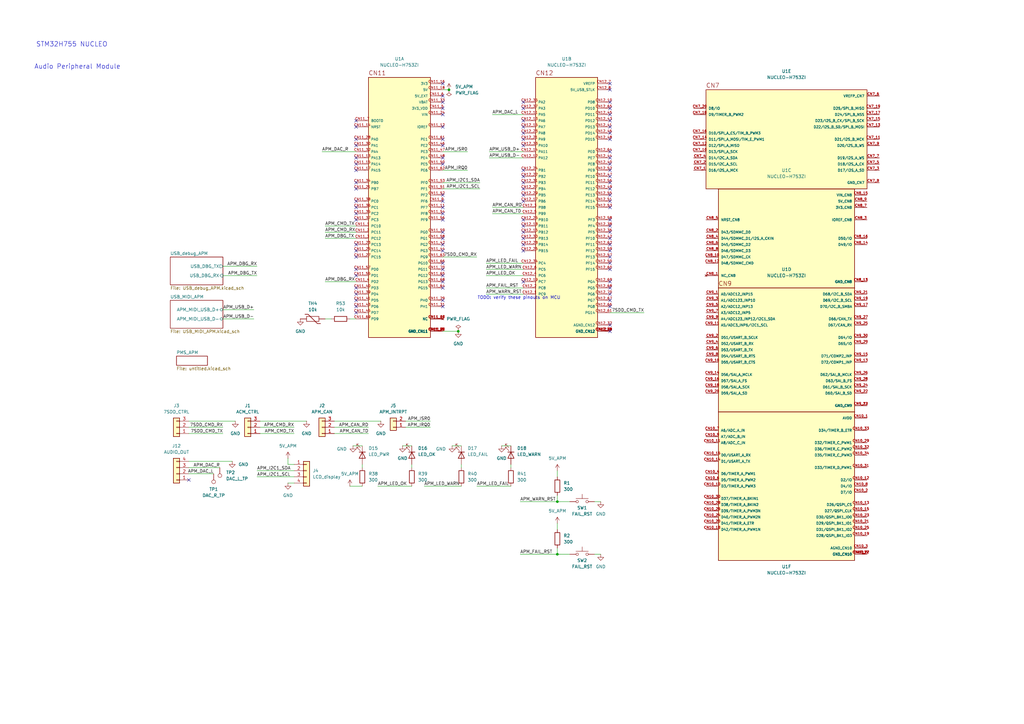
<source format=kicad_sch>
(kicad_sch (version 20250114) (generator "eeschema") (generator_version "9.0")
  (paper "A3")
  (text "STM32H755 NUCLEO" (at 29.464 18.288 0) (effects (font (size 1.905 1.905))))
  (text "TODO: verify these pinouts on MCU" (at 212.852 122.174 0) (effects (font (size 1.27 1.27))))
  (text "Audio Peripheral Module" (at 31.75 27.432 0) (effects (font (size 1.905 1.905))))
  (junction (at 228.6 227.33))
  (junction (at 184.15 36.83))
  (junction (at 187.96 135.89))
  (junction (at 228.6 205.74))
  (no_connect (at 181.61 97.79))
  (no_connect (at 214.63 90.17))
  (no_connect (at 181.61 85.09))
  (no_connect (at 181.61 110.49))
  (no_connect (at 250.19 85.09))
  (no_connect (at 214.63 44.45))
  (no_connect (at 181.61 118.11))
  (no_connect (at 181.61 59.69))
  (no_connect (at 214.63 82.55))
  (no_connect (at 146.05 118.11))
  (no_connect (at 214.63 80.01))
  (no_connect (at 250.19 135.89))
  (no_connect (at 214.63 69.85))
  (no_connect (at 250.19 67.31))
  (no_connect (at 250.19 80.01))
  (no_connect (at 181.61 46.99))
  (no_connect (at 146.05 120.65))
  (no_connect (at 250.19 49.53))
  (no_connect (at 146.05 113.03))
  (no_connect (at 214.63 100.33))
  (no_connect (at 250.19 115.57))
  (no_connect (at 77.47 196.85))
  (no_connect (at 146.05 102.87))
  (no_connect (at 250.19 118.11))
  (no_connect (at 146.05 64.77))
  (no_connect (at 250.19 36.83))
  (no_connect (at 250.19 133.35))
  (no_connect (at 146.05 67.31))
  (no_connect (at 181.61 90.17))
  (no_connect (at 214.63 49.53))
  (no_connect (at 250.19 120.65))
  (no_connect (at 250.19 82.55))
  (no_connect (at 146.05 49.53))
  (no_connect (at 181.61 100.33))
  (no_connect (at 146.05 125.73))
  (no_connect (at 146.05 85.09))
  (no_connect (at 181.61 102.87))
  (no_connect (at 250.19 125.73))
  (no_connect (at 214.63 115.57))
  (no_connect (at 181.61 39.37))
  (no_connect (at 214.63 59.69))
  (no_connect (at 250.19 52.07))
  (no_connect (at 146.05 69.85))
  (no_connect (at 214.63 77.47))
  (no_connect (at 181.61 34.29))
  (no_connect (at 250.19 34.29))
  (no_connect (at 214.63 52.07))
  (no_connect (at 250.19 110.49))
  (no_connect (at 146.05 105.41))
  (no_connect (at 214.63 97.79))
  (no_connect (at 250.19 57.15))
  (no_connect (at 146.05 77.47))
  (no_connect (at 181.61 80.01))
  (no_connect (at 181.61 44.45))
  (no_connect (at 250.19 102.87))
  (no_connect (at 250.19 74.93))
  (no_connect (at 181.61 64.77))
  (no_connect (at 214.63 95.25))
  (no_connect (at 146.05 74.93))
  (no_connect (at 250.19 62.23))
  (no_connect (at 146.05 87.63))
  (no_connect (at 181.61 87.63))
  (no_connect (at 250.19 90.17))
  (no_connect (at 214.63 102.87))
  (no_connect (at 250.19 44.45))
  (no_connect (at 250.19 105.41))
  (no_connect (at 214.63 57.15))
  (no_connect (at 181.61 125.73))
  (no_connect (at 250.19 107.95))
  (no_connect (at 146.05 128.27))
  (no_connect (at 214.63 74.93))
  (no_connect (at 146.05 90.17))
  (no_connect (at 250.19 92.71))
  (no_connect (at 146.05 123.19))
  (no_connect (at 250.19 64.77))
  (no_connect (at 250.19 72.39))
  (no_connect (at 181.61 95.25))
  (no_connect (at 214.63 92.71))
  (no_connect (at 146.05 100.33))
  (no_connect (at 214.63 41.91))
  (no_connect (at 250.19 97.79))
  (no_connect (at 214.63 54.61))
  (no_connect (at 181.61 107.95))
  (no_connect (at 146.05 57.15))
  (no_connect (at 250.19 41.91))
  (no_connect (at 250.19 100.33))
  (no_connect (at 181.61 52.07))
  (no_connect (at 181.61 82.55))
  (no_connect (at 214.63 72.39))
  (no_connect (at 146.05 110.49))
  (no_connect (at 181.61 57.15))
  (no_connect (at 250.19 77.47))
  (no_connect (at 181.61 67.31))
  (no_connect (at 250.19 69.85))
  (no_connect (at 181.61 115.57))
  (no_connect (at 250.19 95.25))
  (no_connect (at 250.19 46.99))
  (no_connect (at 181.61 123.19))
  (no_connect (at 181.61 41.91))
  (no_connect (at 250.19 54.61))
  (no_connect (at 146.05 52.07))
  (no_connect (at 146.05 59.69))
  (no_connect (at 181.61 113.03))
  (no_connect (at 146.05 82.55))
  (no_connect (at 250.19 123.19))
  (wire (pts (xy 199.39 110.49) (xy 214.63 110.49)))
  (wire (pts (xy 143.51 199.39) (xy 148.59 199.39)))
  (wire (pts (xy 213.36 227.33) (xy 228.6 227.33)))
  (wire (pts (xy 144.78 182.88) (xy 148.59 182.88)))
  (wire (pts (xy 228.6 203.2) (xy 228.6 205.74)))
  (wire (pts (xy 195.58 199.39) (xy 209.55 199.39)))
  (wire (pts (xy 200.66 62.23) (xy 214.63 62.23)))
  (wire (pts (xy 250.19 128.27) (xy 264.16 128.27)))
  (wire (pts (xy 105.41 195.58) (xy 120.65 195.58)))
  (wire (pts (xy 106.68 175.26) (xy 120.65 175.26)))
  (wire (pts (xy 173.99 199.39) (xy 189.23 199.39)))
  (wire (pts (xy 176.53 175.26) (xy 166.37 175.26)))
  (wire (pts (xy 191.77 69.85) (xy 181.61 69.85)))
  (wire (pts (xy 201.93 87.63) (xy 214.63 87.63)))
  (wire (pts (xy 105.41 193.04) (xy 120.65 193.04)))
  (wire (pts (xy 228.6 214.63) (xy 228.6 217.17)))
  (wire (pts (xy 143.51 130.81) (xy 146.05 130.81)))
  (wire (pts (xy 77.47 177.8) (xy 91.44 177.8)))
  (wire (pts (xy 201.93 46.99) (xy 214.63 46.99)))
  (wire (pts (xy 196.85 77.47) (xy 181.61 77.47)))
  (wire (pts (xy 91.44 109.22) (xy 105.41 109.22)))
  (wire (pts (xy 137.16 175.26) (xy 151.13 175.26)))
  (wire (pts (xy 133.35 97.79) (xy 146.05 97.79)))
  (wire (pts (xy 137.16 177.8) (xy 151.13 177.8)))
  (wire (pts (xy 205.74 182.88) (xy 209.55 182.88)))
  (wire (pts (xy 154.94 199.39) (xy 168.91 199.39)))
  (wire (pts (xy 133.35 92.71) (xy 146.05 92.71)))
  (wire (pts (xy 132.08 62.23) (xy 146.05 62.23)))
  (wire (pts (xy 196.85 74.93) (xy 181.61 74.93)))
  (wire (pts (xy 185.42 182.88) (xy 189.23 182.88)))
  (wire (pts (xy 106.68 172.72) (xy 125.73 172.72)))
  (wire (pts (xy 199.39 113.03) (xy 214.63 113.03)))
  (wire (pts (xy 77.47 172.72) (xy 96.52 172.72)))
  (wire (pts (xy 118.11 187.96) (xy 118.11 190.5)))
  (wire (pts (xy 176.53 172.72) (xy 166.37 172.72)))
  (wire (pts (xy 199.39 118.11) (xy 214.63 118.11)))
  (wire (pts (xy 191.77 62.23) (xy 181.61 62.23)))
  (wire (pts (xy 213.36 205.74) (xy 228.6 205.74)))
  (wire (pts (xy 199.39 107.95) (xy 214.63 107.95)))
  (wire (pts (xy 106.68 177.8) (xy 120.65 177.8)))
  (wire (pts (xy 228.6 227.33) (xy 233.68 227.33)))
  (wire (pts (xy 189.23 190.5) (xy 189.23 191.77)))
  (wire (pts (xy 90.17 191.77) (xy 77.47 191.77)))
  (wire (pts (xy 137.16 172.72) (xy 156.21 172.72)))
  (wire (pts (xy 133.35 130.81) (xy 135.89 130.81)))
  (wire (pts (xy 118.11 198.12) (xy 120.65 198.12)))
  (wire (pts (xy 165.1 182.88) (xy 168.91 182.88)))
  (wire (pts (xy 181.61 135.89) (xy 187.96 135.89)))
  (wire (pts (xy 181.61 36.83) (xy 184.15 36.83)))
  (wire (pts (xy 77.47 194.31) (xy 87.63 194.31)))
  (wire (pts (xy 133.35 115.57) (xy 146.05 115.57)))
  (wire (pts (xy 118.11 190.5) (xy 120.65 190.5)))
  (wire (pts (xy 209.55 190.5) (xy 209.55 191.77)))
  (wire (pts (xy 133.35 95.25) (xy 146.05 95.25)))
  (wire (pts (xy 233.68 205.74) (xy 228.6 205.74)))
  (wire (pts (xy 243.84 205.74) (xy 246.38 205.74)))
  (wire (pts (xy 77.47 189.23) (xy 95.25 189.23)))
  (wire (pts (xy 228.6 224.79) (xy 228.6 227.33)))
  (wire (pts (xy 201.93 85.09) (xy 214.63 85.09)))
  (wire (pts (xy 181.61 105.41) (xy 195.58 105.41)))
  (wire (pts (xy 199.39 120.65) (xy 214.63 120.65)))
  (wire (pts (xy 168.91 190.5) (xy 168.91 191.77)))
  (wire (pts (xy 91.44 127) (xy 104.14 127)))
  (wire (pts (xy 243.84 227.33) (xy 246.38 227.33)))
  (wire (pts (xy 77.47 175.26) (xy 91.44 175.26)))
  (wire (pts (xy 148.59 190.5) (xy 148.59 191.77)))
  (wire (pts (xy 200.66 64.77) (xy 214.63 64.77)))
  (wire (pts (xy 228.6 193.04) (xy 228.6 195.58)))
  (wire (pts (xy 91.44 130.81) (xy 104.14 130.81)))
  (wire (pts (xy 91.44 113.03) (xy 105.41 113.03)))
  (label "APM_DAC_L" (at 87.63 194.31 180))
  (label "7SDD_CMD_RX" (at 195.58 105.41 180))
  (label "APM_FAIL_RST" (at 213.36 227.33 0))
  (label "APM_USB_D-" (at 104.14 130.81 180))
  (label "APM_CAN_RD" (at 201.93 85.09 0))
  (label "APM_FAIL_RST" (at 199.39 118.11 0))
  (label "APM_CAN_TD" (at 151.13 177.8 180))
  (label "APM_DBG_TX" (at 133.35 97.79 0))
  (label "APM_USB_D+" (at 104.14 127 180))
  (label "APM_LED_FAIL" (at 195.58 199.39 0))
  (label "APM_I2C1_SDA" (at 105.41 193.04 0))
  (label "APM_LED_WARN" (at 173.99 199.39 0))
  (label "7SDD_CMD_TX" (at 91.44 177.8 180))
  (label "APM_USB_D-" (at 200.66 64.77 0))
  (label "APM_IRQ0" (at 176.53 175.26 180))
  (label "7SDD_CMD_TX" (at 264.16 128.27 180))
  (label "APM_DBG_RX" (at 105.41 109.22 180))
  (label "APM_LED_WARN" (at 199.39 110.49 0))
  (label "APM_USB_D+" (at 200.66 62.23 0))
  (label "APM_I2C1_SCL" (at 196.85 77.47 180))
  (label "APM_CAN_RD" (at 151.13 175.26 180))
  (label "APM_DAC_L" (at 201.93 46.99 0))
  (label "APM_I2C1_SCL" (at 105.41 195.58 0))
  (label "APM_LED_OK" (at 154.94 199.39 0))
  (label "APM_WARN_RST" (at 213.36 205.74 0))
  (label "APM_DBG_RX" (at 133.35 115.57 0))
  (label "APM_WARN_RST" (at 199.39 120.65 0))
  (label "APM_CMD_RX" (at 133.35 95.25 0))
  (label "APM_DAC_R" (at 90.17 191.77 180))
  (label "APM_IRQ0" (at 191.77 69.85 180))
  (label "APM_LED_FAIL" (at 199.39 107.95 0))
  (label "APM_ISR0" (at 191.77 62.23 180))
  (label "APM_ISR0" (at 176.53 172.72 180))
  (label "APM_I2C1_SDA" (at 196.85 74.93 180))
  (label "APM_CAN_TD" (at 201.93 87.63 0))
  (label "APM_LED_OK" (at 199.39 113.03 0))
  (label "APM_DAC_R" (at 132.08 62.23 0))
  (label "APM_CMD_TX" (at 133.35 92.71 0))
  (label "APM_CMD_RX" (at 120.65 175.26 180))
  (label "APM_DBG_TX" (at 105.41 113.03 180))
  (label "7SDD_CMD_RX" (at 91.44 175.26 180))
  (label "APM_CMD_TX" (at 120.65 177.8 180))
  (symbol (lib_id "power:GND") (at 95.25 189.23 0) (unit 1)
    (property "Reference" "#PWR045" (effects (hide yes)))
    (property "Value" "GND" (at 97.79 190.4999 0) (effects (justify left)))
    (property "Description" "Power symbol creates a global label with name \"GND\" , ground" (effects (hide yes)))
  )
  (symbol (lib_id "Device:R") (at 209.55 195.58 0) (unit 1)
    (property "Reference" "R41" (at 212.09 194.3099 0) (effects (justify left)))
    (property "Value" "300" (at 212.09 196.8499 0) (effects (justify left)))
    (property "Footprint" "Resistor_SMD:R_0805_2012Metric_Pad1.20x1.40mm_HandSolder" (effects (hide yes)))
    (property "Description" "Resistor" (effects (hide yes)))
    (property "DigiKey_Part_Number" "311-10.0KCRCT-ND" (effects (hide yes)))
    (property "Price" "0.0129" (effects (hide yes)))
  )
  (symbol (lib_id "power:+5V") (at 228.6 193.04 0) (unit 1)
    (property "Reference" "#PWR010" (effects (hide yes)))
    (property "Value" "5V_APM" (at 228.6 187.96 0))
    (property "Description" "Power symbol creates a global label with name \"+5V\"" (effects (hide yes)))
  )
  (symbol (lib_id "Connector:TestPoint") (at 90.17 191.77 180) (unit 1)
    (property "Reference" "TP2" (at 92.71 193.8019 0) (effects (justify right)))
    (property "Value" "DAC_L_TP" (at 92.71 196.3419 0) (effects (justify right)))
    (property "Footprint" "TestPoint:TestPoint_THTPad_D2.5mm_Drill1.2mm" (effects (hide yes)))
    (property "Description" "test point" (effects (hide yes)))
  )
  (symbol (lib_id "power:GND") (at 165.1 182.88 0) (unit 1)
    (property "Reference" "#PWR093" (effects (hide yes)))
    (property "Value" "GND" (at 165.1 187.96 0))
    (property "Description" "Power symbol creates a global label with name \"GND\" , ground" (effects (hide yes)))
  )
  (symbol (lib_id "Device:LED") (at 148.59 186.69 270) (unit 1)
    (property "Reference" "D15" (at 151.13 183.8324 90) (effects (justify left)))
    (property "Value" "LED_PWR" (at 151.13 186.3724 90) (effects (justify left)))
    (property "Footprint" "LED_SMD:LED_0603_1608Metric" (effects (hide yes)))
    (property "Description" "Light emitting diode" (effects (hide yes)))
    (property "Sim.Pins" "1=K 2=A" (effects (hide yes)))
  )
  (symbol (lib_id "Connector_Generic:Conn_01x04") (at 72.39 194.31 180) (unit 1)
    (property "Reference" "J12" (at 72.39 182.88 0))
    (property "Value" "AUDIO_OUT" (at 72.39 185.42 0))
    (property "Footprint" "Connector:NS-Tech_Grove_1x04_P2mm_Vertical" (effects (hide yes)))
    (property "Description" "Generic connector, single row, 01x04, script generated (kicad-library-utils/schlib/autogen/connector/)" (effects (hide yes)))
  )
  (symbol (lib_id "NUCLEO-H753ZI:NUCLEO-H753ZI") (at 322.58 97.79 0) (unit 3)
    (property "Reference" "U1" (at 322.58 69.85 0))
    (property "Value" "NUCLEO-H753ZI" (at 322.58 72.39 0))
    (property "Footprint" "myfootprints:ST_Morpho_and_Zio_Connectors_144_STLink" (effects (hide yes)))
    (property "MF" "STMicroelectronics" (effects (hide yes)))
    (property "Description_1" "STM32H753ZI Nucleo-144 STM32H7 ARM® Cortex®-M7 MCU 32-Bit Embedded Evaluation Board" (effects (hide yes)))
    (property "Package" "None" (effects (hide yes)))
    (property "Price" "None" (effects (hide yes)))
    (property "Check_prices" "https://www.snapeda.com/parts/NUCLEO-H753ZI/STMicroelectronics/view-part/?ref=eda" (effects (hide yes)))
    (property "STANDARD" "Manufacturer Recommendations" (effects (hide yes)))
    (property "PARTREV" "Rev. 2" (effects (hide yes)))
    (property "SnapEDA_Link" "https://www.snapeda.com/parts/NUCLEO-H753ZI/STMicroelectronics/view-part/?ref=snap" (effects (hide yes)))
    (property "MP" "NUCLEO-H753ZI" (effects (hide yes)))
    (property "Availability" "In Stock" (effects (hide yes)))
    (property "MANUFACTURER" "STMicroelectronics" (effects (hide yes)))
  )
  (symbol (lib_id "Connector_Generic:Conn_01x04") (at 125.73 193.04 0) (unit 1)
    (property "Reference" "J4" (at 128.27 193.0399 0) (effects (justify left)))
    (property "Value" "LCD_display" (at 128.27 195.5799 0) (effects (justify left)))
    (property "Footprint" "Connector_PinHeader_1.00mm:PinHeader_1x04_P1.00mm_Horizontal" (effects (hide yes)))
    (property "Description" "Generic connector, single row, 01x04, script generated (kicad-library-utils/schlib/autogen/connector/)" (effects (hide yes)))
  )
  (symbol (lib_id "power:+5V") (at 228.6 214.63 0) (unit 1)
    (property "Reference" "#PWR012" (effects (hide yes)))
    (property "Value" "5V_APM" (at 228.6 209.55 0))
    (property "Description" "Power symbol creates a global label with name \"+5V\"" (effects (hide yes)))
  )
  (symbol (lib_id "Device:Thermistor") (at 128.27 130.81 90) (mirror x) (unit 1)
    (property "Reference" "TH4" (at 128.27 124.46 90))
    (property "Value" "10k" (at 128.27 127 90))
    (property "Footprint" "Package_TO_SOT_THT:Heraeus_TO-92-2" (effects (hide yes)))
    (property "Description" "Temperature dependent resistor" (effects (hide yes)))
  )
  (symbol (lib_id "power:GND") (at 185.42 182.88 0) (unit 1)
    (property "Reference" "#PWR094" (effects (hide yes)))
    (property "Value" "GND" (at 182.88 184.1499 0) (effects (justify right)))
    (property "Description" "Power symbol creates a global label with name \"GND\" , ground" (effects (hide yes)))
  )
  (symbol (lib_id "power:GND") (at 246.38 227.33 0) (unit 1)
    (property "Reference" "#PWR013" (effects (hide yes)))
    (property "Value" "GND" (at 246.38 232.41 0))
    (property "Description" "Power symbol creates a global label with name \"GND\" , ground" (effects (hide yes)))
  )
  (symbol (lib_id "power:GND") (at 144.78 182.88 0) (unit 1)
    (property "Reference" "#PWR092" (effects (hide yes)))
    (property "Value" "GND" (at 142.24 184.1499 0) (effects (justify right)))
    (property "Description" "Power symbol creates a global label with name \"GND\" , ground" (effects (hide yes)))
  )
  (symbol (lib_id "Connector_Generic:Conn_01x02") (at 161.29 175.26 180) (unit 1)
    (property "Reference" "J5" (at 161.29 166.37 0))
    (property "Value" "APM_INTRPT" (at 161.29 168.91 0))
    (property "Footprint" "Connector_PinHeader_1.00mm:PinHeader_1x02_P1.00mm_Vertical" (effects (hide yes)))
    (property "Description" "Generic connector, single row, 01x02, script generated (kicad-library-utils/schlib/autogen/connector/)" (effects (hide yes)))
  )
  (symbol (lib_id "power:GND") (at 123.19 130.81 0) (mirror y) (unit 1)
    (property "Reference" "#PWR071" (effects (hide yes)))
    (property "Value" "GND" (at 123.19 135.89 0))
    (property "Description" "Power symbol creates a global label with name \"GND\" , ground" (effects (hide yes)))
  )
  (symbol (lib_id "power:GND") (at 205.74 182.88 0) (unit 1)
    (property "Reference" "#PWR095" (effects (hide yes)))
    (property "Value" "GND" (at 205.74 187.96 0))
    (property "Description" "Power symbol creates a global label with name \"GND\" , ground" (effects (hide yes)))
  )
  (symbol (lib_id "power:+5V") (at 184.15 36.83 0) (unit 1)
    (property "Reference" "#PWR0100" (effects (hide yes)))
    (property "Value" "5V_APM" (at 186.69 35.5599 0) (effects (justify left)))
    (property "Description" "Power symbol creates a global label with name \"+5V\"" (effects (hide yes)))
  )
  (symbol (lib_id "NUCLEO-H753ZI:NUCLEO-H753ZI") (at 322.58 143.51 0) (unit 4)
    (property "Reference" "U1" (at 322.58 110.49 0))
    (property "Value" "NUCLEO-H753ZI" (at 322.58 113.03 0))
    (property "Footprint" "myfootprints:ST_Morpho_and_Zio_Connectors_144_STLink" (effects (hide yes)))
    (property "MF" "STMicroelectronics" (effects (hide yes)))
    (property "Description_1" "STM32H753ZI Nucleo-144 STM32H7 ARM® Cortex®-M7 MCU 32-Bit Embedded Evaluation Board" (effects (hide yes)))
    (property "Package" "None" (effects (hide yes)))
    (property "Price" "None" (effects (hide yes)))
    (property "Check_prices" "https://www.snapeda.com/parts/NUCLEO-H753ZI/STMicroelectronics/view-part/?ref=eda" (effects (hide yes)))
    (property "STANDARD" "Manufacturer Recommendations" (effects (hide yes)))
    (property "PARTREV" "Rev. 2" (effects (hide yes)))
    (property "SnapEDA_Link" "https://www.snapeda.com/parts/NUCLEO-H753ZI/STMicroelectronics/view-part/?ref=snap" (effects (hide yes)))
    (property "MP" "NUCLEO-H753ZI" (effects (hide yes)))
    (property "Availability" "In Stock" (effects (hide yes)))
    (property "MANUFACTURER" "STMicroelectronics" (effects (hide yes)))
  )
  (symbol (lib_id "power:+5V") (at 118.11 187.96 0) (unit 1)
    (property "Reference" "#PWR02" (effects (hide yes)))
    (property "Value" "5V_APM" (at 118.11 182.88 0))
    (property "Description" "Power symbol creates a global label with name \"+5V\"" (effects (hide yes)))
  )
  (symbol (lib_id "Connector_Generic:Conn_01x03") (at 72.39 175.26 180) (unit 1)
    (property "Reference" "J3" (at 72.39 166.37 0))
    (property "Value" "7SDD_CTRL" (at 72.39 168.91 0))
    (property "Footprint" "Connector_PinHeader_1.00mm:PinHeader_1x03_P1.00mm_Vertical" (effects (hide yes)))
    (property "Description" "Generic connector, single row, 01x03, script generated (kicad-library-utils/schlib/autogen/connector/)" (effects (hide yes)))
  )
  (symbol (lib_id "Device:R") (at 228.6 220.98 0) (unit 1)
    (property "Reference" "R2" (at 231.14 219.7099 0) (effects (justify left)))
    (property "Value" "300" (at 231.14 222.2499 0) (effects (justify left)))
    (property "Footprint" "Resistor_SMD:R_0805_2012Metric_Pad1.20x1.40mm_HandSolder" (effects (hide yes)))
    (property "Description" "Resistor" (effects (hide yes)))
    (property "DigiKey_Part_Number" "311-10.0KCRCT-ND" (effects (hide yes)))
    (property "Price" "0.0129" (effects (hide yes)))
  )
  (symbol (lib_id "Connector_Generic:Conn_01x03") (at 101.6 175.26 180) (unit 1)
    (property "Reference" "J1" (at 101.6 166.37 0))
    (property "Value" "ACM_CTRL" (at 101.6 168.91 0))
    (property "Footprint" "Connector_PinHeader_1.00mm:PinHeader_1x03_P1.00mm_Vertical" (effects (hide yes)))
    (property "Description" "Generic connector, single row, 01x03, script generated (kicad-library-utils/schlib/autogen/connector/)" (effects (hide yes)))
  )
  (symbol (lib_id "power:GND") (at 96.52 172.72 0) (unit 1)
    (property "Reference" "#PWR06" (effects (hide yes)))
    (property "Value" "GND" (at 96.52 177.8 0))
    (property "Description" "Power symbol creates a global label with name \"GND\" , ground" (effects (hide yes)))
  )
  (symbol (lib_id "NUCLEO-H753ZI:NUCLEO-H753ZI") (at 163.83 85.09 0) (unit 1)
    (property "Reference" "U1" (at 163.83 24.13 0))
    (property "Value" "NUCLEO-H753ZI" (at 163.83 26.67 0))
    (property "Footprint" "myfootprints:ST_Morpho_and_Zio_Connectors_144_STLink" (effects (hide yes)))
    (property "MF" "STMicroelectronics" (effects (hide yes)))
    (property "Description_1" "STM32H753ZI Nucleo-144 STM32H7 ARM® Cortex®-M7 MCU 32-Bit Embedded Evaluation Board" (effects (hide yes)))
    (property "Package" "None" (effects (hide yes)))
    (property "Price" "None" (effects (hide yes)))
    (property "Check_prices" "https://www.snapeda.com/parts/NUCLEO-H753ZI/STMicroelectronics/view-part/?ref=eda" (effects (hide yes)))
    (property "STANDARD" "Manufacturer Recommendations" (effects (hide yes)))
    (property "PARTREV" "Rev. 2" (effects (hide yes)))
    (property "SnapEDA_Link" "https://www.snapeda.com/parts/NUCLEO-H753ZI/STMicroelectronics/view-part/?ref=snap" (effects (hide yes)))
    (property "MP" "NUCLEO-H753ZI" (effects (hide yes)))
    (property "Availability" "In Stock" (effects (hide yes)))
    (property "MANUFACTURER" "STMicroelectronics" (effects (hide yes)))
  )
  (symbol (lib_id "Device:LED") (at 209.55 186.69 270) (unit 1)
    (property "Reference" "D18" (at 212.09 183.8324 90) (effects (justify left)))
    (property "Value" "LED_WARN" (at 212.09 186.3724 90) (effects (justify left)))
    (property "Footprint" "LED_SMD:LED_0603_1608Metric" (effects (hide yes)))
    (property "Description" "Light emitting diode" (effects (hide yes)))
    (property "Sim.Pins" "1=K 2=A" (effects (hide yes)))
  )
  (symbol (lib_id "Switch:SW_Push") (at 238.76 205.74 0) (unit 1)
    (property "Reference" "SW1" (at 238.76 208.28 0))
    (property "Value" "FAIL_RST" (at 238.76 210.82 0))
    (property "Footprint" "Button_Switch_SMD:SW_SPST_FSMSM" (effects (hide yes)))
    (property "Description" "Push button switch, generic, two pins" (effects (hide yes)))
  )
  (symbol (lib_id "Device:R") (at 168.91 195.58 0) (unit 1)
    (property "Reference" "R39" (at 171.45 194.3099 0) (effects (justify left)))
    (property "Value" "300" (at 171.45 196.8499 0) (effects (justify left)))
    (property "Footprint" "Resistor_SMD:R_0805_2012Metric_Pad1.20x1.40mm_HandSolder" (effects (hide yes)))
    (property "Description" "Resistor" (effects (hide yes)))
    (property "DigiKey_Part_Number" "311-10.0KCRCT-ND" (effects (hide yes)))
    (property "Price" "0.0129" (effects (hide yes)))
  )
  (symbol (lib_id "Device:LED") (at 189.23 186.69 270) (unit 1)
    (property "Reference" "D17" (at 191.77 183.8324 90) (effects (justify left)))
    (property "Value" "LED_FAIL" (at 191.77 186.3724 90) (effects (justify left)))
    (property "Footprint" "LED_SMD:LED_0603_1608Metric" (effects (hide yes)))
    (property "Description" "Light emitting diode" (effects (hide yes)))
    (property "Sim.Pins" "1=K 2=A" (effects (hide yes)))
  )
  (symbol (lib_id "power:GND") (at 156.21 172.72 0) (unit 1)
    (property "Reference" "#PWR08" (effects (hide yes)))
    (property "Value" "GND" (at 156.21 177.8 0))
    (property "Description" "Power symbol creates a global label with name \"GND\" , ground" (effects (hide yes)))
  )
  (symbol (lib_id "Device:R") (at 148.59 195.58 0) (unit 1)
    (property "Reference" "R38" (at 151.13 194.3099 0) (effects (justify left)))
    (property "Value" "300" (at 151.13 196.8499 0) (effects (justify left)))
    (property "Footprint" "Resistor_SMD:R_0805_2012Metric_Pad1.20x1.40mm_HandSolder" (effects (hide yes)))
    (property "Description" "Resistor" (effects (hide yes)))
    (property "DigiKey_Part_Number" "311-10.0KCRCT-ND" (effects (hide yes)))
    (property "Price" "0.0129" (effects (hide yes)))
  )
  (symbol (lib_id "NUCLEO-H753ZI:NUCLEO-H753ZI") (at 232.41 85.09 0) (unit 2)
    (property "Reference" "U1" (at 232.41 24.13 0))
    (property "Value" "NUCLEO-H753ZI" (at 232.41 26.67 0))
    (property "Footprint" "myfootprints:ST_Morpho_and_Zio_Connectors_144_STLink" (effects (hide yes)))
    (property "MF" "STMicroelectronics" (effects (hide yes)))
    (property "Description_1" "STM32H753ZI Nucleo-144 STM32H7 ARM® Cortex®-M7 MCU 32-Bit Embedded Evaluation Board" (effects (hide yes)))
    (property "Package" "None" (effects (hide yes)))
    (property "Price" "None" (effects (hide yes)))
    (property "Check_prices" "https://www.snapeda.com/parts/NUCLEO-H753ZI/STMicroelectronics/view-part/?ref=eda" (effects (hide yes)))
    (property "STANDARD" "Manufacturer Recommendations" (effects (hide yes)))
    (property "PARTREV" "Rev. 2" (effects (hide yes)))
    (property "SnapEDA_Link" "https://www.snapeda.com/parts/NUCLEO-H753ZI/STMicroelectronics/view-part/?ref=snap" (effects (hide yes)))
    (property "MP" "NUCLEO-H753ZI" (effects (hide yes)))
    (property "Availability" "In Stock" (effects (hide yes)))
    (property "MANUFACTURER" "STMicroelectronics" (effects (hide yes)))
  )
  (symbol (lib_id "power:GND") (at 125.73 172.72 0) (unit 1)
    (property "Reference" "#PWR07" (effects (hide yes)))
    (property "Value" "GND" (at 125.73 177.8 0))
    (property "Description" "Power symbol creates a global label with name \"GND\" , ground" (effects (hide yes)))
  )
  (symbol (lib_id "Connector_Generic:Conn_01x03") (at 132.08 175.26 180) (unit 1)
    (property "Reference" "J2" (at 132.08 166.37 0))
    (property "Value" "APM_CAN" (at 132.08 168.91 0))
    (property "Footprint" "Connector_PinHeader_1.00mm:PinHeader_1x03_P1.00mm_Vertical" (effects (hide yes)))
    (property "Description" "Generic connector, single row, 01x03, script generated (kicad-library-utils/schlib/autogen/connector/)" (effects (hide yes)))
  )
  (symbol (lib_id "power:GND") (at 118.11 198.12 0) (unit 1)
    (property "Reference" "#PWR01" (effects (hide yes)))
    (property "Value" "GND" (at 118.11 203.2 0))
    (property "Description" "Power symbol creates a global label with name \"GND\" , ground" (effects (hide yes)))
  )
  (symbol (lib_id "Connector:TestPoint") (at 87.63 194.31 180) (unit 1)
    (property "Reference" "TP1" (at 87.63 200.66 0))
    (property "Value" "DAC_R_TP" (at 87.63 203.2 0))
    (property "Footprint" "TestPoint:TestPoint_THTPad_D2.5mm_Drill1.2mm" (effects (hide yes)))
    (property "Description" "test point" (effects (hide yes)))
  )
  (symbol (lib_id "Device:R") (at 189.23 195.58 0) (unit 1)
    (property "Reference" "R40" (at 191.77 194.3099 0) (effects (justify left)))
    (property "Value" "300" (at 191.77 196.8499 0) (effects (justify left)))
    (property "Footprint" "Resistor_SMD:R_0805_2012Metric_Pad1.20x1.40mm_HandSolder" (effects (hide yes)))
    (property "Description" "Resistor" (effects (hide yes)))
    (property "DigiKey_Part_Number" "311-10.0KCRCT-ND" (effects (hide yes)))
    (property "Price" "0.0129" (effects (hide yes)))
  )
  (symbol (lib_id "power:+5V") (at 143.51 199.39 0) (unit 1)
    (property "Reference" "#PWR03" (effects (hide yes)))
    (property "Value" "5V_APM" (at 143.51 194.31 0))
    (property "Description" "Power symbol creates a global label with name \"+5V\"" (effects (hide yes)))
  )
  (symbol (lib_id "power:PWR_FLAG") (at 184.15 36.83 180) (unit 1)
    (property "Reference" "#FLG013" (effects (hide yes)))
    (property "Value" "PWR_FLAG" (at 186.69 38.0999 0) (effects (justify right)))
    (property "Description" "Special symbol for telling ERC where power comes from" (effects (hide yes)))
  )
  (symbol (lib_id "NUCLEO-H753ZI:NUCLEO-H753ZI") (at 322.58 199.39 0) (unit 6)
    (property "Reference" "U1" (at 322.58 232.41 0))
    (property "Value" "NUCLEO-H753ZI" (at 322.58 234.95 0))
    (property "Footprint" "myfootprints:ST_Morpho_and_Zio_Connectors_144_STLink" (effects (hide yes)))
    (property "MF" "STMicroelectronics" (effects (hide yes)))
    (property "Description_1" "STM32H753ZI Nucleo-144 STM32H7 ARM® Cortex®-M7 MCU 32-Bit Embedded Evaluation Board" (effects (hide yes)))
    (property "Package" "None" (effects (hide yes)))
    (property "Price" "None" (effects (hide yes)))
    (property "Check_prices" "https://www.snapeda.com/parts/NUCLEO-H753ZI/STMicroelectronics/view-part/?ref=eda" (effects (hide yes)))
    (property "STANDARD" "Manufacturer Recommendations" (effects (hide yes)))
    (property "PARTREV" "Rev. 2" (effects (hide yes)))
    (property "SnapEDA_Link" "https://www.snapeda.com/parts/NUCLEO-H753ZI/STMicroelectronics/view-part/?ref=snap" (effects (hide yes)))
    (property "MP" "NUCLEO-H753ZI" (effects (hide yes)))
    (property "Availability" "In Stock" (effects (hide yes)))
    (property "MANUFACTURER" "STMicroelectronics" (effects (hide yes)))
  )
  (symbol (lib_id "power:PWR_FLAG") (at 187.96 135.89 0) (unit 1)
    (property "Reference" "#FLG01" (effects (hide yes)))
    (property "Value" "PWR_FLAG" (at 187.96 130.81 0))
    (property "Description" "Special symbol for telling ERC where power comes from" (effects (hide yes)))
  )
  (symbol (lib_id "power:GND") (at 246.38 205.74 0) (unit 1)
    (property "Reference" "#PWR011" (effects (hide yes)))
    (property "Value" "GND" (at 246.38 210.82 0))
    (property "Description" "Power symbol creates a global label with name \"GND\" , ground" (effects (hide yes)))
  )
  (symbol (lib_id "Device:R") (at 228.6 199.39 0) (unit 1)
    (property "Reference" "R1" (at 231.14 198.1199 0) (effects (justify left)))
    (property "Value" "300" (at 231.14 200.6599 0) (effects (justify left)))
    (property "Footprint" "Resistor_SMD:R_0805_2012Metric_Pad1.20x1.40mm_HandSolder" (effects (hide yes)))
    (property "Description" "Resistor" (effects (hide yes)))
    (property "DigiKey_Part_Number" "311-10.0KCRCT-ND" (effects (hide yes)))
    (property "Price" "0.0129" (effects (hide yes)))
  )
  (symbol (lib_id "Device:R") (at 139.7 130.81 90) (mirror x) (unit 1)
    (property "Reference" "R53" (at 139.7 124.46 90))
    (property "Value" "10k" (at 139.7 127 90))
    (property "Footprint" "Resistor_SMD:R_0805_2012Metric_Pad1.20x1.40mm_HandSolder" (effects (hide yes)))
    (property "Description" "Resistor" (effects (hide yes)))
    (property "DigiKey_Part_Number" "311-10.0KCRCT-ND" (effects (hide yes)))
    (property "Price" "0.0129" (effects (hide yes)))
  )
  (symbol (lib_id "NUCLEO-H753ZI:NUCLEO-H753ZI") (at 322.58 57.15 0) (unit 5)
    (property "Reference" "U1" (at 322.58 29.21 0))
    (property "Value" "NUCLEO-H753ZI" (at 322.58 31.75 0))
    (property "Footprint" "myfootprints:ST_Morpho_and_Zio_Connectors_144_STLink" (effects (hide yes)))
    (property "MF" "STMicroelectronics" (effects (hide yes)))
    (property "Description_1" "STM32H753ZI Nucleo-144 STM32H7 ARM® Cortex®-M7 MCU 32-Bit Embedded Evaluation Board" (effects (hide yes)))
    (property "Package" "None" (effects (hide yes)))
    (property "Price" "None" (effects (hide yes)))
    (property "Check_prices" "https://www.snapeda.com/parts/NUCLEO-H753ZI/STMicroelectronics/view-part/?ref=eda" (effects (hide yes)))
    (property "STANDARD" "Manufacturer Recommendations" (effects (hide yes)))
    (property "PARTREV" "Rev. 2" (effects (hide yes)))
    (property "SnapEDA_Link" "https://www.snapeda.com/parts/NUCLEO-H753ZI/STMicroelectronics/view-part/?ref=snap" (effects (hide yes)))
    (property "MP" "NUCLEO-H753ZI" (effects (hide yes)))
    (property "Availability" "In Stock" (effects (hide yes)))
    (property "MANUFACTURER" "STMicroelectronics" (effects (hide yes)))
  )
  (symbol (lib_id "Switch:SW_Push") (at 238.76 227.33 0) (unit 1)
    (property "Reference" "SW2" (at 238.76 229.87 0))
    (property "Value" "FAIL_RST" (at 238.76 232.41 0))
    (property "Footprint" "Button_Switch_SMD:SW_SPST_FSMSM" (effects (hide yes)))
    (property "Description" "Push button switch, generic, two pins" (effects (hide yes)))
  )
  (symbol (lib_id "power:GND") (at 187.96 135.89 0) (unit 1)
    (property "Reference" "#PWR0101" (effects (hide yes)))
    (property "Value" "GND" (at 187.96 140.97 0))
    (property "Description" "Power symbol creates a global label with name \"GND\" , ground" (effects (hide yes)))
  )
  (symbol (lib_id "Device:LED") (at 168.91 186.69 270) (unit 1)
    (property "Reference" "D16" (at 171.45 183.8324 90) (effects (justify left)))
    (property "Value" "LED_OK" (at 171.45 186.3724 90) (effects (justify left)))
    (property "Footprint" "LED_SMD:LED_0603_1608Metric" (effects (hide yes)))
    (property "Description" "Light emitting diode" (effects (hide yes)))
    (property "Sim.Pins" "1=K 2=A" (effects (hide yes)))
  )
  (sheet (at 69.85 123.19) (size 21.59 11.43) (stroke (width 0.1524))
    (property "Sheetname" "USB_MIDI_APM" (at 69.85 122.4784 0) (effects (justify left bottom)))
    (property "Sheetfile" "USB_MIDI_APM.kicad_sch" (at 69.85 135.2046 0) (effects (justify left top)))
    (pin "APM_MIDI_USB_D+" bidirectional (at 91.44 127 0))
    (pin "APM_MIDI_USB_D-" bidirectional (at 91.44 130.81 0))
  )
  (sheet (at 72.39 146.05) (size 12.7 3.81) (stroke (width 0.1524))
    (property "Sheetname" "PMS_APM" (at 72.39 145.3384 0) (effects (justify left bottom)))
    (property "Sheetfile" "untitled.kicad_sch" (at 72.39 150.4446 0) (effects (justify left top)))
  )
  (sheet (at 69.85 105.41) (size 21.59 11.43) (stroke (width 0.1524))
    (property "Sheetname" "USB_debug_APM" (at 69.85 104.6984 0) (effects (justify left bottom)))
    (property "Sheetfile" "USB_debug_APM.kicad_sch" (at 69.85 117.4246 0) (effects (justify left top)))
    (pin "USB_DBG_TX" output (at 91.44 109.22 0))
    (pin "USB_DBG_RX" input (at 91.44 113.03 0))
  )
)
</source>
